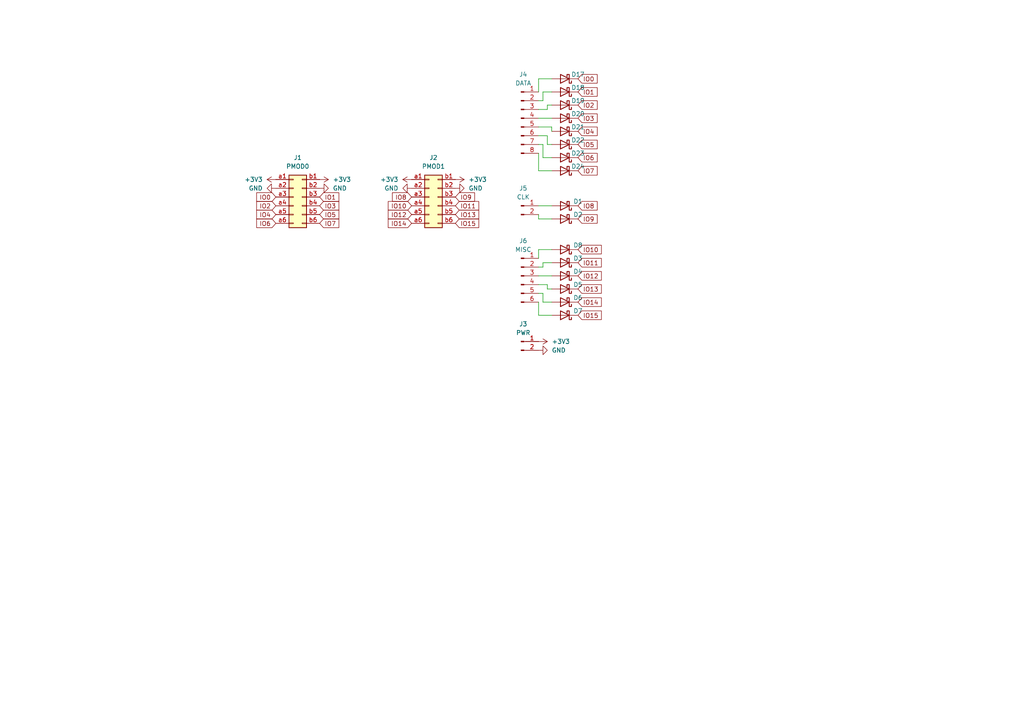
<source format=kicad_sch>
(kicad_sch (version 20230121) (generator eeschema)
  (paper "A4")
  (lib_symbols
    (symbol "Connector:Conn_01x02_Pin" (pin_names (offset 1.016) hide)
      (property "Reference" "J" (at 0 2.54 0))
      (property "Value" "Conn_01x02_Pin" (at 0 -5.08 0))
      (symbol "Conn_01x02_Pin_1_1"
        (polyline (pts (xy 1.27 -2.54) (xy 0.8636 -2.54)) (stroke (width 0.1524)))
        (polyline (pts (xy 1.27 0) (xy 0.8636 0)) (stroke (width 0.1524)))
        (rectangle (start 0.8636 -2.413) (end 0 -2.667) (stroke (width 0.1524)) (fill (type outline)))
        (rectangle (start 0.8636 0.127) (end 0 -0.127) (stroke (width 0.1524)) (fill (type outline)))
        (pin passive line (at 5.08 0 180) (length 3.81) (name "Pin_1") (number "1"))
        (pin passive line (at 5.08 -2.54 180) (length 3.81) (name "Pin_2") (number "2"))
      )
    )
    (symbol "Connector:Conn_01x06_Pin" (pin_names (offset 1.016) hide)
      (property "Reference" "J" (at 0 7.62 0))
      (property "Value" "Conn_01x06_Pin" (at 0 -10.16 0))
      (symbol "Conn_01x06_Pin_1_1"
        (polyline (pts (xy 1.27 -7.62) (xy 0.8636 -7.62)) (stroke (width 0.1524)))
        (polyline (pts (xy 1.27 -5.08) (xy 0.8636 -5.08)) (stroke (width 0.1524)))
        (polyline (pts (xy 1.27 -2.54) (xy 0.8636 -2.54)) (stroke (width 0.1524)))
        (polyline (pts (xy 1.27 0) (xy 0.8636 0)) (stroke (width 0.1524)))
        (polyline (pts (xy 1.27 2.54) (xy 0.8636 2.54)) (stroke (width 0.1524)))
        (polyline (pts (xy 1.27 5.08) (xy 0.8636 5.08)) (stroke (width 0.1524)))
        (rectangle (start 0.8636 -7.493) (end 0 -7.747) (stroke (width 0.1524)) (fill (type outline)))
        (rectangle (start 0.8636 -4.953) (end 0 -5.207) (stroke (width 0.1524)) (fill (type outline)))
        (rectangle (start 0.8636 -2.413) (end 0 -2.667) (stroke (width 0.1524)) (fill (type outline)))
        (rectangle (start 0.8636 0.127) (end 0 -0.127) (stroke (width 0.1524)) (fill (type outline)))
        (rectangle (start 0.8636 2.667) (end 0 2.413) (stroke (width 0.1524)) (fill (type outline)))
        (rectangle (start 0.8636 5.207) (end 0 4.953) (stroke (width 0.1524)) (fill (type outline)))
        (pin passive line (at 5.08 5.08 180) (length 3.81) (name "Pin_1") (number "1"))
        (pin passive line (at 5.08 2.54 180) (length 3.81) (name "Pin_2") (number "2"))
        (pin passive line (at 5.08 0 180) (length 3.81) (name "Pin_3") (number "3"))
        (pin passive line (at 5.08 -2.54 180) (length 3.81) (name "Pin_4") (number "4"))
        (pin passive line (at 5.08 -5.08 180) (length 3.81) (name "Pin_5") (number "5"))
        (pin passive line (at 5.08 -7.62 180) (length 3.81) (name "Pin_6") (number "6"))
      )
    )
    (symbol "Connector:Conn_01x08_Pin" (pin_names (offset 1.016) hide)
      (property "Reference" "J" (at 0 10.16 0))
      (property "Value" "Conn_01x08_Pin" (at 0 -12.7 0))
      (symbol "Conn_01x08_Pin_1_1"
        (polyline (pts (xy 1.27 -10.16) (xy 0.8636 -10.16)) (stroke (width 0.1524)))
        (polyline (pts (xy 1.27 -7.62) (xy 0.8636 -7.62)) (stroke (width 0.1524)))
        (polyline (pts (xy 1.27 -5.08) (xy 0.8636 -5.08)) (stroke (width 0.1524)))
        (polyline (pts (xy 1.27 -2.54) (xy 0.8636 -2.54)) (stroke (width 0.1524)))
        (polyline (pts (xy 1.27 0) (xy 0.8636 0)) (stroke (width 0.1524)))
        (polyline (pts (xy 1.27 2.54) (xy 0.8636 2.54)) (stroke (width 0.1524)))
        (polyline (pts (xy 1.27 5.08) (xy 0.8636 5.08)) (stroke (width 0.1524)))
        (polyline (pts (xy 1.27 7.62) (xy 0.8636 7.62)) (stroke (width 0.1524)))
        (rectangle (start 0.8636 -10.033) (end 0 -10.287) (stroke (width 0.1524)) (fill (type outline)))
        (rectangle (start 0.8636 -7.493) (end 0 -7.747) (stroke (width 0.1524)) (fill (type outline)))
        (rectangle (start 0.8636 -4.953) (end 0 -5.207) (stroke (width 0.1524)) (fill (type outline)))
        (rectangle (start 0.8636 -2.413) (end 0 -2.667) (stroke (width 0.1524)) (fill (type outline)))
        (rectangle (start 0.8636 0.127) (end 0 -0.127) (stroke (width 0.1524)) (fill (type outline)))
        (rectangle (start 0.8636 2.667) (end 0 2.413) (stroke (width 0.1524)) (fill (type outline)))
        (rectangle (start 0.8636 5.207) (end 0 4.953) (stroke (width 0.1524)) (fill (type outline)))
        (rectangle (start 0.8636 7.747) (end 0 7.493) (stroke (width 0.1524)) (fill (type outline)))
        (pin passive line (at 5.08 7.62 180) (length 3.81) (name "Pin_1") (number "1"))
        (pin passive line (at 5.08 5.08 180) (length 3.81) (name "Pin_2") (number "2"))
        (pin passive line (at 5.08 2.54 180) (length 3.81) (name "Pin_3") (number "3"))
        (pin passive line (at 5.08 0 180) (length 3.81) (name "Pin_4") (number "4"))
        (pin passive line (at 5.08 -2.54 180) (length 3.81) (name "Pin_5") (number "5"))
        (pin passive line (at 5.08 -5.08 180) (length 3.81) (name "Pin_6") (number "6"))
        (pin passive line (at 5.08 -7.62 180) (length 3.81) (name "Pin_7") (number "7"))
        (pin passive line (at 5.08 -10.16 180) (length 3.81) (name "Pin_8") (number "8"))
      )
    )
    (symbol "Connector_Generic:Conn_02x06_Row_Letter_First" (pin_names (offset 1.016) hide)
      (property "Reference" "J" (at 1.27 7.62 0))
      (property "Value" "Conn_02x06_Row_Letter_First" (at 1.27 -10.16 0))
      (symbol "Conn_02x06_Row_Letter_First_1_1"
        (rectangle (start -1.27 -7.493) (end 0 -7.747) (stroke (width 0.1524)))
        (rectangle (start -1.27 -4.953) (end 0 -5.207) (stroke (width 0.1524)))
        (rectangle (start -1.27 -2.413) (end 0 -2.667) (stroke (width 0.1524)))
        (rectangle (start -1.27 0.127) (end 0 -0.127) (stroke (width 0.1524)))
        (rectangle (start -1.27 2.667) (end 0 2.413) (stroke (width 0.1524)))
        (rectangle (start -1.27 5.207) (end 0 4.953) (stroke (width 0.1524)))
        (rectangle (start -1.27 6.35) (end 3.81 -8.89) (stroke (width 0.254)) (fill (type background)))
        (rectangle (start 3.81 -7.493) (end 2.54 -7.747) (stroke (width 0.1524)))
        (rectangle (start 3.81 -4.953) (end 2.54 -5.207) (stroke (width 0.1524)))
        (rectangle (start 3.81 -2.413) (end 2.54 -2.667) (stroke (width 0.1524)))
        (rectangle (start 3.81 0.127) (end 2.54 -0.127) (stroke (width 0.1524)))
        (rectangle (start 3.81 2.667) (end 2.54 2.413) (stroke (width 0.1524)))
        (rectangle (start 3.81 5.207) (end 2.54 4.953) (stroke (width 0.1524)))
        (pin passive line (at -5.08 5.08 0) (length 3.81) (name "Pin_a1") (number "a1"))
        (pin passive line (at -5.08 2.54 0) (length 3.81) (name "Pin_a2") (number "a2"))
        (pin passive line (at -5.08 0 0) (length 3.81) (name "Pin_a3") (number "a3"))
        (pin passive line (at -5.08 -2.54 0) (length 3.81) (name "Pin_a4") (number "a4"))
        (pin passive line (at -5.08 -5.08 0) (length 3.81) (name "Pin_a5") (number "a5"))
        (pin passive line (at -5.08 -7.62 0) (length 3.81) (name "Pin_a6") (number "a6"))
        (pin passive line (at 7.62 5.08 180) (length 3.81) (name "Pin_b1") (number "b1"))
        (pin passive line (at 7.62 2.54 180) (length 3.81) (name "Pin_b2") (number "b2"))
        (pin passive line (at 7.62 0 180) (length 3.81) (name "Pin_b3") (number "b3"))
        (pin passive line (at 7.62 -2.54 180) (length 3.81) (name "Pin_b4") (number "b4"))
        (pin passive line (at 7.62 -5.08 180) (length 3.81) (name "Pin_b5") (number "b5"))
        (pin passive line (at 7.62 -7.62 180) (length 3.81) (name "Pin_b6") (number "b6"))
      )
    )
    (symbol "Device:D_Schottky" (pin_numbers hide) (pin_names (offset 1.016) hide)
      (property "Reference" "D" (at 0 2.54 0))
      (property "Value" "D_Schottky" (at 0 -2.54 0))
      (symbol "D_Schottky_0_1"
        (polyline (pts (xy 1.27 0) (xy -1.27 0)))
        (polyline (pts (xy 1.27 1.27) (xy 1.27 -1.27) (xy -1.27 0) (xy 1.27 1.27)) (stroke (width 0.254)))
        (polyline (pts (xy -1.905 0.635) (xy -1.905 1.27) (xy -1.27 1.27) (xy -1.27 -1.27) (xy -0.635 -1.27) (xy -0.635 -0.635)) (stroke (width 0.254)))
      )
      (symbol "D_Schottky_1_1"
        (pin passive line (at -3.81 0 0) (length 2.54) (name "K") (number "1"))
        (pin passive line (at 3.81 0 180) (length 2.54) (name "A") (number "2"))
      )
    )
    (symbol "power:+3V3" (power) (pin_names (offset 0))
      (property "Value" "+3V3" (at 0 3.556 0))
      (symbol "+3V3_0_1"
        (polyline (pts (xy -0.762 1.27) (xy 0 2.54)))
        (polyline (pts (xy 0 0) (xy 0 2.54)))
        (polyline (pts (xy 0 2.54) (xy 0.762 1.27)))
      )
      (symbol "+3V3_1_1"
        (pin power_in line (at 0 0 90) (length 0) hide (name "+3V3") (number "1"))
      )
    )
    (symbol "power:GND" (power) (pin_names (offset 0))
      (property "Value" "GND" (at 0 -3.81 0))
      (symbol "GND_0_1"
        (polyline (pts (xy 0 0) (xy 0 -1.27) (xy 1.27 -1.27) (xy 0 -2.54) (xy -1.27 -1.27) (xy 0 -1.27)))
      )
      (symbol "GND_1_1"
        (pin power_in line (at 0 0 270) (length 0) hide (name "GND") (number "1"))
      )
    )
  )
  (wire (pts (xy 158.75 41.91) (xy 160.02 41.91)))
  (wire (pts (xy 158.75 83.82) (xy 160.02 83.82)))
  (wire (pts (xy 156.21 74.93) (xy 156.21 72.39)))
  (wire (pts (xy 156.21 82.55) (xy 158.75 82.55)))
  (wire (pts (xy 156.21 72.39) (xy 160.02 72.39)))
  (wire (pts (xy 156.21 59.69) (xy 160.02 59.69)))
  (wire (pts (xy 156.21 44.45) (xy 156.21 49.53)))
  (wire (pts (xy 156.21 29.21) (xy 157.48 29.21)))
  (wire (pts (xy 156.21 87.63) (xy 156.21 91.44)))
  (wire (pts (xy 156.21 63.5) (xy 160.02 63.5)))
  (wire (pts (xy 156.21 36.83) (xy 160.02 36.83)))
  (wire (pts (xy 157.48 85.09) (xy 157.48 87.63)))
  (wire (pts (xy 157.48 26.67) (xy 160.02 26.67)))
  (wire (pts (xy 156.21 80.01) (xy 160.02 80.01)))
  (wire (pts (xy 156.21 34.29) (xy 160.02 34.29)))
  (wire (pts (xy 158.75 82.55) (xy 158.75 83.82)))
  (wire (pts (xy 160.02 36.83) (xy 160.02 38.1)))
  (wire (pts (xy 156.21 39.37) (xy 158.75 39.37)))
  (wire (pts (xy 156.21 77.47) (xy 157.48 77.47)))
  (wire (pts (xy 157.48 76.2) (xy 160.02 76.2)))
  (wire (pts (xy 157.48 87.63) (xy 160.02 87.63)))
  (wire (pts (xy 156.21 41.91) (xy 157.48 41.91)))
  (wire (pts (xy 156.21 26.67) (xy 156.21 22.86)))
  (wire (pts (xy 157.48 77.47) (xy 157.48 76.2)))
  (wire (pts (xy 158.75 31.75) (xy 158.75 30.48)))
  (wire (pts (xy 156.21 22.86) (xy 160.02 22.86)))
  (wire (pts (xy 156.21 91.44) (xy 160.02 91.44)))
  (wire (pts (xy 157.48 29.21) (xy 157.48 26.67)))
  (wire (pts (xy 156.21 31.75) (xy 158.75 31.75)))
  (wire (pts (xy 156.21 62.23) (xy 156.21 63.5)))
  (wire (pts (xy 156.21 49.53) (xy 160.02 49.53)))
  (wire (pts (xy 156.21 85.09) (xy 157.48 85.09)))
  (wire (pts (xy 157.48 45.72) (xy 160.02 45.72)))
  (wire (pts (xy 158.75 30.48) (xy 160.02 30.48)))
  (wire (pts (xy 158.75 39.37) (xy 158.75 41.91)))
  (wire (pts (xy 157.48 41.91) (xy 157.48 45.72)))
  (global_label "IO15" (shape input) (at 167.64 91.44 0) (property "Intersheetrefs" "${INTERSHEET_REFS}" (effects hide)))
  (global_label "IO2" (shape input) (at 167.64 30.48 0) (property "Intersheetrefs" "${INTERSHEET_REFS}" (effects hide)))
  (global_label "IO9" (shape input) (at 167.64 63.5 0) (property "Intersheetrefs" "${INTERSHEET_REFS}" (effects hide)))
  (global_label "IO5" (shape input) (at 92.71 62.23 0) (property "Intersheetrefs" "${INTERSHEET_REFS}" (effects hide)))
  (global_label "IO9" (shape input) (at 132.08 57.15 0) (property "Intersheetrefs" "${INTERSHEET_REFS}" (effects hide)))
  (global_label "IO14" (shape input) (at 167.64 87.63 0) (property "Intersheetrefs" "${INTERSHEET_REFS}" (effects hide)))
  (global_label "IO3" (shape input) (at 92.71 59.69 0) (property "Intersheetrefs" "${INTERSHEET_REFS}" (effects hide)))
  (global_label "IO0" (shape input) (at 167.64 22.86 0) (property "Intersheetrefs" "${INTERSHEET_REFS}" (effects hide)))
  (global_label "IO11" (shape input) (at 132.08 59.69 0) (property "Intersheetrefs" "${INTERSHEET_REFS}" (effects hide)))
  (global_label "IO1" (shape input) (at 92.71 57.15 0) (property "Intersheetrefs" "${INTERSHEET_REFS}" (effects hide)))
  (global_label "IO7" (shape input) (at 92.71 64.77 0) (property "Intersheetrefs" "${INTERSHEET_REFS}" (effects hide)))
  (global_label "IO6" (shape input) (at 167.64 45.72 0) (property "Intersheetrefs" "${INTERSHEET_REFS}" (effects hide)))
  (global_label "IO4" (shape input) (at 167.64 38.1 0) (property "Intersheetrefs" "${INTERSHEET_REFS}" (effects hide)))
  (global_label "IO0" (shape input) (at 80.01 57.15 180) (property "Intersheetrefs" "${INTERSHEET_REFS}" (effects hide)))
  (global_label "IO7" (shape input) (at 167.64 49.53 0) (property "Intersheetrefs" "${INTERSHEET_REFS}" (effects hide)))
  (global_label "IO6" (shape input) (at 80.01 64.77 180) (property "Intersheetrefs" "${INTERSHEET_REFS}" (effects hide)))
  (global_label "IO8" (shape input) (at 119.38 57.15 180) (property "Intersheetrefs" "${INTERSHEET_REFS}" (effects hide)))
  (global_label "IO13" (shape input) (at 132.08 62.23 0) (property "Intersheetrefs" "${INTERSHEET_REFS}" (effects hide)))
  (global_label "IO10" (shape input) (at 119.38 59.69 180) (property "Intersheetrefs" "${INTERSHEET_REFS}" (effects hide)))
  (global_label "IO1" (shape input) (at 167.64 26.67 0) (property "Intersheetrefs" "${INTERSHEET_REFS}" (effects hide)))
  (global_label "IO2" (shape input) (at 80.01 59.69 180) (property "Intersheetrefs" "${INTERSHEET_REFS}" (effects hide)))
  (global_label "IO15" (shape input) (at 132.08 64.77 0) (property "Intersheetrefs" "${INTERSHEET_REFS}" (effects hide)))
  (global_label "IO4" (shape input) (at 80.01 62.23 180) (property "Intersheetrefs" "${INTERSHEET_REFS}" (effects hide)))
  (global_label "IO11" (shape input) (at 167.64 76.2 0) (property "Intersheetrefs" "${INTERSHEET_REFS}" (effects hide)))
  (global_label "IO5" (shape input) (at 167.64 41.91 0) (property "Intersheetrefs" "${INTERSHEET_REFS}" (effects hide)))
  (global_label "IO14" (shape input) (at 119.38 64.77 180) (property "Intersheetrefs" "${INTERSHEET_REFS}" (effects hide)))
  (global_label "IO8" (shape input) (at 167.64 59.69 0) (property "Intersheetrefs" "${INTERSHEET_REFS}" (effects hide)))
  (global_label "IO10" (shape input) (at 167.64 72.39 0) (property "Intersheetrefs" "${INTERSHEET_REFS}" (effects hide)))
  (global_label "IO12" (shape input) (at 119.38 62.23 180) (property "Intersheetrefs" "${INTERSHEET_REFS}" (effects hide)))
  (global_label "IO13" (shape input) (at 167.64 83.82 0) (property "Intersheetrefs" "${INTERSHEET_REFS}" (effects hide)))
  (global_label "IO12" (shape input) (at 167.64 80.01 0) (property "Intersheetrefs" "${INTERSHEET_REFS}" (effects hide)))
  (global_label "IO3" (shape input) (at 167.64 34.29 0) (property "Intersheetrefs" "${INTERSHEET_REFS}" (effects hide)))
  (symbol (lib_id "Device:D_Schottky") (at 163.83 22.86 180) (unit 1)
    (property "Reference" "D17" (at 167.64 21.59 0))
    (property "Value" "D_Schottky" (effects hide))
  )
  (symbol (lib_id "Connector_Generic:Conn_02x06_Row_Letter_First") (at 85.09 57.15 0) (unit 1)
    (property "Reference" "J1" (at 86.36 45.72 0))
    (property "Value" "PMOD0" (at 86.36 48.26 0))
  )
  (symbol (lib_id "Device:D_Schottky") (at 163.83 49.53 180) (unit 1)
    (property "Reference" "D24" (at 167.64 48.26 0))
    (property "Value" "D_Schottky" (effects hide))
  )
  (symbol (lib_id "power:+3V3") (at 132.08 52.07 270) (unit 1)
    (property "Reference" "#PWR07" (effects hide))
    (property "Value" "+3V3" (at 135.89 52.07 90) (effects (justify left)))
  )
  (symbol (lib_id "power:+3V3") (at 80.01 52.07 90) (unit 1)
    (property "Reference" "#PWR03" (effects hide))
    (property "Value" "+3V3" (at 76.2 52.07 90) (effects (justify left)))
  )
  (symbol (lib_id "Device:D_Schottky") (at 163.83 45.72 180) (unit 1)
    (property "Reference" "D23" (at 167.64 44.45 0))
    (property "Value" "D_Schottky" (effects hide))
  )
  (symbol (lib_id "Device:D_Schottky") (at 163.83 76.2 180) (unit 1)
    (property "Reference" "D3" (at 167.64 74.93 0))
    (property "Value" "D_Schottky" (effects hide))
  )
  (symbol (lib_id "Connector:Conn_01x06_Pin") (at 151.13 80.01 0) (unit 1)
    (property "Reference" "J6" (at 151.765 69.85 0))
    (property "Value" "MISC" (at 151.765 72.39 0))
  )
  (symbol (lib_id "Device:D_Schottky") (at 163.83 41.91 180) (unit 1)
    (property "Reference" "D22" (at 167.64 40.64 0))
    (property "Value" "D_Schottky" (effects hide))
  )
  (symbol (lib_id "Connector:Conn_01x08_Pin") (at 151.13 34.29 0) (unit 1)
    (property "Reference" "J4" (at 151.765 21.59 0))
    (property "Value" "DATA" (at 151.765 24.13 0))
  )
  (symbol (lib_id "power:GND") (at 156.21 101.6 90) (unit 1)
    (property "Reference" "#PWR09" (effects hide))
    (property "Value" "GND" (at 160.02 101.6 90) (effects (justify right)))
  )
  (symbol (lib_id "Device:D_Schottky") (at 163.83 72.39 180) (unit 1)
    (property "Reference" "D8" (at 167.64 71.12 0))
    (property "Value" "D_Schottky" (effects hide))
  )
  (symbol (lib_id "Connector:Conn_01x02_Pin") (at 151.13 59.69 0) (unit 1)
    (property "Reference" "J5" (at 151.765 54.61 0))
    (property "Value" "CLK" (at 151.765 57.15 0))
  )
  (symbol (lib_id "Device:D_Schottky") (at 163.83 87.63 180) (unit 1)
    (property "Reference" "D6" (at 167.64 86.36 0))
    (property "Value" "D_Schottky" (effects hide))
  )
  (symbol (lib_id "Device:D_Schottky") (at 163.83 59.69 180) (unit 1)
    (property "Reference" "D1" (at 167.64 58.42 0))
    (property "Value" "D_Schottky" (effects hide))
  )
  (symbol (lib_id "Device:D_Schottky") (at 163.83 30.48 180) (unit 1)
    (property "Reference" "D19" (at 167.64 29.21 0))
    (property "Value" "D_Schottky" (effects hide))
  )
  (symbol (lib_id "Device:D_Schottky") (at 163.83 34.29 180) (unit 1)
    (property "Reference" "D20" (at 167.64 33.02 0))
    (property "Value" "D_Schottky" (effects hide))
  )
  (symbol (lib_id "Connector_Generic:Conn_02x06_Row_Letter_First") (at 124.46 57.15 0) (unit 1)
    (property "Reference" "J2" (at 125.73 45.72 0))
    (property "Value" "PMOD1" (at 125.73 48.26 0))
  )
  (symbol (lib_id "Connector:Conn_01x02_Pin") (at 151.13 99.06 0) (unit 1)
    (property "Reference" "J3" (at 151.765 93.98 0))
    (property "Value" "PWR" (at 151.765 96.52 0))
  )
  (symbol (lib_id "power:+3V3") (at 92.71 52.07 270) (unit 1)
    (property "Reference" "#PWR04" (effects hide))
    (property "Value" "+3V3" (at 96.52 52.07 90) (effects (justify left)))
  )
  (symbol (lib_id "power:+3V3") (at 156.21 99.06 270) (unit 1)
    (property "Reference" "#PWR010" (effects hide))
    (property "Value" "+3V3" (at 160.02 99.06 90) (effects (justify left)))
  )
  (symbol (lib_id "power:GND") (at 119.38 54.61 270) (unit 1)
    (property "Reference" "#PWR06" (effects hide))
    (property "Value" "GND" (at 115.57 54.61 90) (effects (justify right)))
  )
  (symbol (lib_id "Device:D_Schottky") (at 163.83 26.67 180) (unit 1)
    (property "Reference" "D18" (at 167.64 25.4 0))
    (property "Value" "D_Schottky" (effects hide))
  )
  (symbol (lib_id "Device:D_Schottky") (at 163.83 83.82 180) (unit 1)
    (property "Reference" "D5" (at 167.64 82.55 0))
    (property "Value" "D_Schottky" (effects hide))
  )
  (symbol (lib_id "Device:D_Schottky") (at 163.83 38.1 180) (unit 1)
    (property "Reference" "D21" (at 167.64 36.83 0))
    (property "Value" "D_Schottky" (effects hide))
  )
  (symbol (lib_id "power:GND") (at 92.71 54.61 90) (unit 1)
    (property "Reference" "#PWR02" (effects hide))
    (property "Value" "GND" (at 96.52 54.61 90) (effects (justify right)))
  )
  (symbol (lib_id "power:GND") (at 132.08 54.61 90) (unit 1)
    (property "Reference" "#PWR08" (effects hide))
    (property "Value" "GND" (at 135.89 54.61 90) (effects (justify right)))
  )
  (symbol (lib_id "Device:D_Schottky") (at 163.83 91.44 180) (unit 1)
    (property "Reference" "D7" (at 167.64 90.17 0))
    (property "Value" "D_Schottky" (effects hide))
  )
  (symbol (lib_id "Device:D_Schottky") (at 163.83 63.5 180) (unit 1)
    (property "Reference" "D2" (at 167.64 62.23 0))
    (property "Value" "D_Schottky" (effects hide))
  )
  (symbol (lib_id "power:GND") (at 80.01 54.61 270) (unit 1)
    (property "Reference" "#PWR01" (effects hide))
    (property "Value" "GND" (at 76.2 54.61 90) (effects (justify right)))
  )
  (symbol (lib_id "power:+3V3") (at 119.38 52.07 90) (unit 1)
    (property "Reference" "#PWR05" (effects hide))
    (property "Value" "+3V3" (at 115.57 52.07 90) (effects (justify left)))
  )
  (symbol (lib_id "Device:D_Schottky") (at 163.83 80.01 180) (unit 1)
    (property "Reference" "D4" (at 167.64 78.74 0))
    (property "Value" "D_Schottky" (effects hide))
  )
)
</source>
